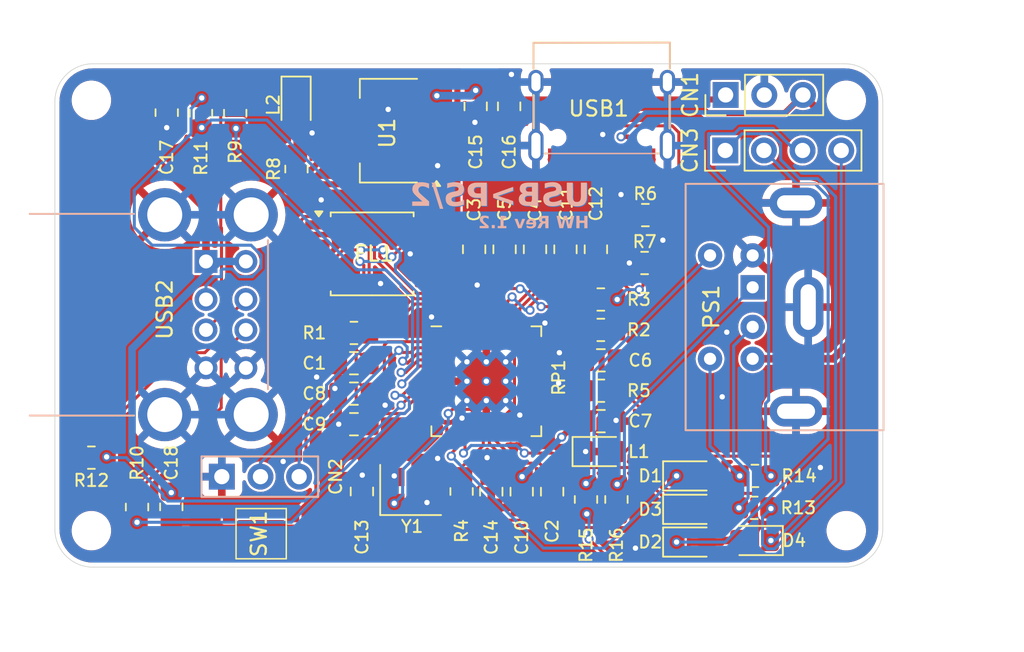
<source format=kicad_pcb>
(kicad_pcb (version 20240108) (generator "pcbnew") (generator_version "8.0")
  (title_block (title "USB to PS/2 Adapter") (date "2024-12-07") (rev "1.2") (company "Mikhail Matveev"))
  (layers (0 "F.Cu" signal) (31 "B.Cu" signal) (34 "B.Paste" user) (35 "F.Paste" user) (36 "B.SilkS" user "B.Silkscreen") (37 "F.SilkS" user "F.Silkscreen") (38 "B.Mask" user) (39 "F.Mask" user) (44 "Edge.Cuts" user))
  (net 0 "")
  (net 1 "GND")
  (net 2 "VBUS")
  (net 3 "Net-(RP1-VREG_VOUT)")
  (net 4 "/RP2040/XIN")
  (net 5 "+3V3")
  (net 6 "/RP2040/QSPI_SD2")
  (net 7 "/GPIO15")
  (net 8 "/GPIO14")
  (net 9 "/RP2040/QSPI_SD1")
  (net 10 "/GPIO12")
  (net 11 "/GPIO11")
  (net 12 "/RP2040/QSPI_SD3")
  (net 13 "/RP2040/QSPI_SCLK")
  (net 14 "/RP2040/QSPI_SS")
  (net 15 "/RP2040/QSPI_SD0")
  (net 16 "Net-(C14-Pad1)")
  (net 17 "/GPIO5")
  (net 18 "/GPIO4")
  (net 19 "/GPIO3")
  (net 20 "/GPIO2")
  (net 21 "/GPIO1")
  (net 22 "/GPIO0")
  (net 23 "Net-(USB2-D1+)")
  (net 24 "/PS2 with Diodes/MS_CLK")
  (net 25 "/PS2 with Diodes/MS_DATA")
  (net 26 "/PS2 with Diodes/KB_DATA")
  (net 27 "/PS2 with Diodes/KB_CLK")
  (net 28 "Net-(RP1-USB_DP)")
  (net 29 "Net-(RP1-USB_DM)")
  (net 30 "/RP2040/~{USB_BOOT}")
  (net 31 "/RP2040/GPIO25")
  (net 32 "/RP2040/XOUT")
  (net 33 "Net-(USB1-CC1)")
  (net 34 "Net-(USB1-CC2)")
  (net 35 "Net-(USB2-D2+)")
  (net 36 "Net-(USB2-D1-)")
  (net 37 "/RP2040/GPIO7")
  (net 38 "/RP2040/GPIO10")
  (net 39 "/RP2040/GPIO18")
  (net 40 "/D+")
  (net 41 "/RP2040/GPIO29")
  (net 42 "/RP2040/GPIO26")
  (net 43 "/RP2040/GPIO8")
  (net 44 "/D-")
  (net 45 "Net-(L1-A)")
  (net 46 "Net-(L2-A)")
  (net 47 "/RP2040/GPIO23")
  (net 48 "/RP2040/SWCLK")
  (net 49 "/RP2040/SWD")
  (net 50 "/RP2040/GPIO20")
  (net 51 "/RP2040/GPIO28")
  (net 52 "/RP2040/GPIO17")
  (net 53 "/RP2040/RUN")
  (net 54 "/RP2040/GPIO9")
  (net 55 "/RP2040/GPIO27")
  (net 56 "/RP2040/GPIO22")
  (net 57 "/RP2040/GPIO16")
  (net 58 "/RP2040/GPIO19")
  (net 59 "/RP2040/GPIO13")
  (net 60 "/RP2040/GPIO21")
  (net 61 "/RP2040/GPIO24")
  (net 62 "/RP2040/GPIO6")
  (net 65 "Net-(USB2-D2-)")
  (footprint "LIBS:Medved_C_0805" (layer "F.Cu") (at 120.025 101.425 90)
    (property "Reference" "C13")
    (property "Value" "15p")
  )
  (footprint "LIBS:Medved_R_0805" (layer "F.Cu") (at 136.75 101.95 -90)
    (property "Reference" "R16")
    (property "Value" "100R")
  )
  (footprint "LIBS:Medved_C_0805" (layer "F.Cu") (at 119.5 92.99 180)
    (property "Reference" "C1")
    (property "Value" "100n")
  )
  (footprint "LIBS:Medved_R_0805" (layer "F.Cu") (at 115.725 80.2225 -90)
    (property "Reference" "R8")
    (property "Value" "1K")
  )
  (footprint "LIBS:MountingHole_2.1mm" (layer "F.Cu") (at 151.85 75.7)
    (property "Reference" "H4" (hide yes))
    (property "Value" "MountingHole")
  )
  (footprint "LIBS:Medved_R_0805" (layer "F.Cu") (at 145.85 100.4)
    (property "Reference" "R14")
    (property "Value" "100R")
  )
  (footprint "LIBS:Medved_C_0805" (layer "F.Cu") (at 135.4 85.5 90)
    (property "Reference" "C12")
    (property "Value" "1u")
  )
  (footprint "Connector_PinHeader_2.54mm:PinHeader_1x04_P2.54mm_Vertical" (layer "F.Cu") (at 143.9 79 90)
    (property "Reference" "CN3")
    (property "Value" "PS/2 Pins")
  )
  (footprint "LIBS:Medved_C_0805" (layer "F.Cu") (at 119.5 94.99 180)
    (property "Reference" "C8")
    (property "Value" "100n")
  )
  (footprint "LIBS:Medved_C_0805" (layer "F.Cu") (at 130.525 101.4375 -90)
    (property "Reference" "C10")
    (property "Value" "100n")
  )
  (footprint "LIBS:Medved_C_0805" (layer "F.Cu") (at 132.525 101.4375 -90)
    (property "Reference" "C2")
    (property "Value" "100n")
  )
  (footprint "LIBS:Button_SMD_3x3x2" (layer "F.Cu") (at 115.055 105.85 180)
    (property "Reference" "SW1")
    (property "Value" "Flash Button" (hide yes))
  )
  (footprint "Connector_PinHeader_2.54mm:PinHeader_1x03_P2.54mm_Vertical" (layer "F.Cu") (at 143.925 75.35 90)
    (property "Reference" "CN1")
    (property "Value" "Conn_01x03_Pin")
  )
  (footprint "LIBS:Medved_R_0805" (layer "F.Cu") (at 111.7 76.55 90)
    (property "Reference" "R9")
    (property "Value" "22R")
  )
  (footprint "LIBS:Medved_C_0805" (layer "F.Cu") (at 127.5 76.1 -90)
    (property "Reference" "C15")
    (property "Value" "10u")
  )
  (footprint "LIBS:Medved_R_0805" (layer "F.Cu") (at 135.725 90.8 180)
    (property "Reference" "R2")
    (property "Value" "27")
  )
  (footprint "LIBS:Medved_USB_A_CUI_UJ2-ADH-TH_Horizontal_Stacked" (layer "F.Cu") (at 109.78 86.299998)
    (property "Reference" "USB2")
    (property "Value" "USB_A_Stacked")
  )
  (footprint "LIBS:Medved_C_0805" (layer "F.Cu") (at 129.4 85.5 90)
    (property "Reference" "C5")
    (property "Value" "100n")
  )
  (footprint "LIBS:Medved_C_0805" (layer "F.Cu") (at 127.4 85.5 90)
    (property "Reference" "C3")
    (property "Value" "100n")
  )
  (footprint "LIBS:MountingHole_2.1mm" (layer "F.Cu") (at 151.85 104)
    (property "Reference" "H3" (hide yes))
    (property "Value" "MountingHole")
  )
  (footprint "LIBS:Medved_R_0805" (layer "F.Cu") (at 138.65 83.25)
    (property "Reference" "R6")
    (property "Value" "5.1K")
  )
  (footprint "LIBS:Medved_C_0805" (layer "F.Cu") (at 133.4 85.5 90)
    (property "Reference" "C11")
    (property "Value" "1u")
  )
  (footprint "LIBS:Connector_Mini-DIN_Female_6Pin_2rows" (layer "F.Cu") (at 145.7 88 90)
    (property "Reference" "PS1")
    (property "Value" "PS/2")
  )
  (footprint "LIBS:Medved_LED_0805" (layer "F.Cu") (at 115.7 76 -90)
    (property "Reference" "L2")
    (property "Value" "LED")
  )
  (footprint "LIBS:Medved_R_0805" (layer "F.Cu") (at 105.25 102.45 90)
    (property "Reference" "R10")
    (property "Value" "22R")
  )
  (footprint "Crystal:Crystal_SMD_3225-4Pin_3.2x2.5mm" (layer "F.Cu") (at 123.225 101.325)
    (property "Reference" "Y1")
    (property "Value" "ABM8-272-T3")
  )
  (footprint "LIBS:Medved_UART_Pin3" (layer "F.Cu") (at 115.9 100.45 -90)
    (property "Reference" "CN2")
    (property "Value" "UART")
  )
  (footprint "LIBS:Medved_C_0805" (layer "F.Cu") (at 129.7 76.1 -90)
    (property "Reference" "C16")
    (property "Value" "10u")
  )
  (footprint "LIBS:Medved_C_0805" (layer "F.Cu") (at 128.525 101.4375 -90)
    (property "Reference" "C14")
    (property "Value" "15p")
  )
  (footprint "LIBS:Medved_R_0805" (layer "F.Cu") (at 135.725 94.8 180)
    (property "Reference" "R5")
    (property "Value" "1K")
  )
  (footprint "LIBS:Medved_R_0805" (layer "F.Cu") (at 107.2 76.5125 -90)
    (property "Reference" "C17")
    (property "Value" "10u")
  )
  (footprint "LIBS:Medved_R_0805" (layer "F.Cu") (at 138.6 86.4)
    (property "Reference" "R7")
    (property "Value" "5.1K")
  )
  (footprint "LIBS:MountingHole_2.1mm" (layer "F.Cu") (at 102.25 75.7)
    (property "Reference" "H1" (hide yes))
    (property "Value" "MountingHole")
  )
  (footprint "LIBS:Medved_R_0805" (layer "F.Cu") (at 135.725 88.8 180)
    (property "Reference" "R3")
    (property "Value" "27")
  )
  (footprint "LIBS:Medved_C_0805" (layer "F.Cu") (at 135.725 92.8)
    (property "Reference" "C6")
    (property "Value" "100n")
  )
  (footprint "LIBS:Medved_LED_0805" (layer "F.Cu") (at 135.725 98.8)
    (property "Reference" "L1")
    (property "Value" "LED")
  )
  (footprint "LIBS:Medved_R_0805" (layer "F.Cu") (at 119.5 91 180)
    (property "Reference" "R1")
    (property "Value" "1k")
  )
  (footprint "LIBS:Medved_R_0805" (layer "F.Cu") (at 126.575 101.425 -90)
    (property "Reference" "R4")
    (property "Value" "1k")
  )
  (footprint "LIBS:Medved_R_0805" (layer "F.Cu") (at 134.75 101.95 -90)
    (property "Reference" "R15")
    (property "Value" "100R")
  )
  (footprint "LIBS:Medved_C_0805" (layer "F.Cu") (at 135.725 96.8)
    (property "Reference" "C7")
    (property "Value" "100n")
  )
  (footprint "LIBS:MountingHole_2.1mm" (layer "F.Cu") (at 102.25 104)
    (property "Reference" "H2" (hide yes))
    (property "Value" "MountingHole")
  )
  (footprint "LIBS:Medved_R_0805" (layer "F.Cu") (at 107.5 102.4375 -90)
    (property "Reference" "C18")
    (property "Value" "10u")
  )
  (footprint "LIBS:Medved_SOIC-8_5.23x5.23mm_P1.27mm" (layer "F.Cu") (at 120.7 85.8)
    (property "Reference" "FL1")
    (property "Value" "W25Q128JVS")
  )
  (footprint "LIBS:Medved_R_0805" (layer "F.Cu") (at 109.45 76.55 90)
    (property "Reference" "R11")
    (property "Value" "22R")
  )
  (footprint "LIBS:Medved_C_0805" (layer "F.Cu") (at 131.4 85.5 90)
    (property "Reference" "C4")
    (property "Value" "100n")
  )
  (footprint "LIBS:USB-TYPE-C-31-M-12_lib2" (layer "F.Cu") (at 135.78 71.9 180)
    (property "Reference" "USB1")
    (property "Value" "USB Type C")
  )
  (footprint "LIBS:Medved_C_0805" (layer "F.Cu") (at 119.5 97 180)
    (property "Reference" "C9")
    (property "Value" "100n")
  )
  (footprint "LIBS:Medved_R_0805" (layer "F.Cu") (at 102.25 99.2 180)
    (property "Reference" "R12")
    (property "Value" "22R")
  )
  (footprint "LIBS:RP2040-QFN-56" (layer "F.Cu") (at 128.2 94.175)
    (property "Reference" "RP1")
    (property "Value" "RP2040")
  )
  (footprint "LIBS:Medved_R_0805" (layer "F.Cu") (at 145.8 102.5)
    (property "Reference" "R13")
    (property "Value" "100R")
  )
  (footprint "LIBS:Medved_D_0805" (layer "F.Cu") (at 141.675 102.6)
    (property "Reference" "D3")
    (property "Value" "3V3")
  )
  (footprint "LIBS:Medved_D_0805" (layer "F.Cu") (at 141.675 104.75)
    (property "Reference" "D2")
    (property "Value" "3V3")
  )
  (footprint "LIBS:Medved_D_0805" (layer "F.Cu") (at 141.675 100.4)
    (property "Reference" "D1")
    (property "Value" "3V3")
  )
  (footprint "LIBS:Medved_D_0805" (layer "F.Cu") (at 145.825 104.65 180)
    (property "Reference" "D4")
    (property "Value" "3V3")
  )
  (footprint "LIBS:Medved_SOT-223-3_TabPin2" (layer "F.Cu") (at 121.8 77.7 180)
    (property "Reference" "U1")
    (property "Value" "NCP1117-3.3_SOT223")
  )
  (gr_arc (start 151.75 73.3) (mid 153.517767 74.032233) (end 154.25 75.8) (stroke (width 0.05)) (layer "Edge.Cuts"))
  (gr_arc (start 102.35 106.4) (mid 100.582233 105.667767) (end 99.85 103.9) (stroke (width 0.05)) (layer "Edge.Cuts"))
  (gr_line (start 99.85 75.8) (end 99.85 103.9) (stroke (width 0.05)) (layer "Edge.Cuts"))
  (gr_line (start 151.75 73.3) (end 102.35 73.3) (stroke (width 0.05)) (layer "Edge.Cuts"))
  (gr_arc (start 154.25 103.9) (mid 153.517767 105.667767) (end 151.75 106.4) (stroke (width 0.05)) (layer "Edge.Cuts"))
  (gr_line (start 154.25 75.8) (end 154.25 103.9) (stroke (width 0.05)) (layer "Edge.Cuts"))
  (gr_line (start 151.75 106.4) (end 102.35 106.4) (stroke (width 0.05)) (layer "Edge.Cuts"))
  (gr_arc (start 99.85 75.8) (mid 100.582233 74.032233) (end 102.35 73.3) (stroke (width 0.05)) (layer "Edge.Cuts"))
  (gr_text "USB>PS/2" (at 135.05 82.95 0) (layer "B.Cu") (effects (font (size 1.5 1.5) (thickness 0.3) (bold yes)) (justify left bottom mirror)))
  (gr_text "HW Rev 1.2" (at 134.95 84.25 0) (layer "B.SilkS") (effects (font (size 0.8 0.8) (thickness 0.1)) (justify left bottom mirror)))
  (gr_text "USB>PS/2" (at 135 82.9 0) (layer "B.SilkS") (effects (font (size 1.5 1.5) (thickness 0.3) (bold yes)) (justify left bottom mirror)))
  (segment (start 139.005 79.595) (end 139.185 79.595) (width 0.3) (layer "F.Cu") (net 1))
  (segment (start 127.2 97.6125) (end 127.2 97.14935) (width 0.2) (layer "F.Cu") (net 1))
  (segment (start 127.2 97.14935) (end 126.65065 96.6) (width 0.2) (layer "F.Cu") (net 1))
  (segment (start 132.555 79.595) (end 132.375 79.595) (width 0.3) (layer "F.Cu") (net 1))
  (segment (start 126.65065 96.6) (end 126.6 96.6) (width 0.2) (layer "F.Cu") (net 1))
  (via (at 117.35 82.25) (size 0.6) (drill 0.35) (layers "F.Cu" "B.Cu") (net 1))
  (via (at 126.6 96.6) (size 0.6) (drill 0.35) (layers "F.Cu" "B.Cu") (net 1))
  (via (at 121.55 95.75) (size 0.6) (drill 0.35) (layers "F.Cu" "B.Cu") (net 1))
  (via (at 135.85 77.95) (size 0.6) (drill 0.35) (layers "F.Cu" "B.Cu") (net 1))
  (via (at 127.6 87.85) (size 0.6) (drill 0.35) (layers "F.Cu" "B.Cu") (net 1))
  (via (at 114.85 99.45) (size 0.6) (drill 0.35) (layers "F.Cu" "B.Cu") (net 1))
  (via (at 128.25 99.2) (size 0.6) (drill 0.35) (layers "F.Cu" "B.Cu") (net 1))
  (via (at 139.8 84.9) (size 0.6) (drill 0.35) (layers "F.Cu" "B.Cu") (net 1))
  (via (at 124.6 89.95) (size 0.6) (drill 0.35) (layers "F.Cu" "B.Cu") (net 1))
  (via (at 107.2 77.5) (size 0.6) (drill 0.35) (layers "F.Cu" "B.Cu") (net 1))
  (via (at 120.05 100.35) (size 0.6) (drill 0.35) (layers "F.Cu" "B.Cu") (net 1))
  (via (at 130.4 96.4) (size 0.6) (drill 0.35) (layers "F.Cu" "B.Cu") (net 1))
  (via (at 118.5 97) (size 0.6) (drill 0.35) (layers "F.Cu" "B.Cu") (net 1))
  (via (at 123.2 85.8) (size 0.6) (drill 0.35) (layers "F.Cu" "B.Cu") (net 1))
  (via (at 138 105.15) (size 0.6) (drill 0.35) (layers "F.Cu" "B.Cu") (net 1))
  (via (at 132.95 94.3) (size 0.6) (drill 0.35) (layers "F.Cu" "B.Cu") (net 1))
  (via (at 121.25 87.75) (size 0.6) (drill 0.35) (layers "F.Cu" "B.Cu") (net 1))
  (via (at 117.05 93.9) (size 0.6) (drill 0.35) (layers "F.Cu" "B.Cu") (net 1))
  (via (at 144 90.95) (size 0.6) (drill 0.35) (layers "F.Cu" "B.Cu") (net 1))
  (via (at 125 80) (size 0.6) (drill 0.35) (layers "F.Cu" "B.Cu") (net 1))
  (via (at 134.725 98.8) (size 0.6) (drill 0.35) (layers "F.Cu" "B.Cu") (net 1))
  (via (at 137.05 81.9) (size 0.6) (drill 0.35) (layers "F.Cu" "B.Cu") (net 1))
  (via (at 143.7 95.2) (size 0.6) (drill 0.35) (layers "F.Cu" "B.Cu") (net 1))
  (via (at 125 99.25) (size 0.6) (drill 0.35) (layers "F.Cu" "B.Cu") (net 1))
  (via (at 132.05 90.35) (size 0.6) (drill 0.35) (layers "F.Cu" "B.Cu") (net 1))
  (via (at 150.15 99.85) (size 0.6) (drill 0.35) (layers "F.Cu" "B.Cu") (net 1))
  (via (at 136.725 96.75) (size 0.6) (drill 0.35) (layers "F.Cu" "B.Cu") (net 1))
  (via (at 137.6 86.4) (size 0.6) (drill 0.35) (layers "F.Cu" "B.Cu") (net 1))
  (via (at 121.75 76.3) (size 0.6) (drill 0.35) (layers "F.Cu" "B.Cu") (net 1))
  (via (at 122.15 100.4) (size 0.6) (drill 0.35) (layers "F.Cu" "B.Cu") (net 1))
  (via (at 129.85 74) (size 0.6) (drill 0.35) (layers "F.Cu" "B.Cu") (net 1))
  (via (at 127.45 77.15) (size 0.6) (drill 0.35) (layers "F.Cu" "B.Cu") (net 1))
  (via (at 116.75 77.85) (size 0.6) (drill 0.35) (layers "F.Cu" "B.Cu") (net 1))
  (via (at 124.3 102.15) (size 0.6) (drill 0.35) (layers "F.Cu" "B.Cu") (net 1))
  (via (at 118.25 94.65) (size 0.6) (drill 0.35) (layers "F.Cu" "B.Cu") (net 1))
  (via (at 133 92.3) (size 0.6) (drill 0.35) (layers "F.Cu" "B.Cu") (net 1))
  (segment (start 126.6 95.775) (end 126.925 95.45) (width 0.5) (layer "B.Cu") (net 1))
  (segment (start 107.07 83.229998) (end 112.75 83.229998) (width 0.5) (layer "B.Cu") (net 1))
  (segment (start 126.6 96.6) (end 126.6 95.775) (width 0.5) (layer "B.Cu") (net 1))
  (segment (start 107.07 96.369998) (end 112.75 96.369998) (width 0.5) (layer "B.Cu") (net 1))
  (segment (start 133.58 78.533604) (end 133.58 78.556016) (width 0.4) (layer "F.Cu") (net 2))
  (segment (start 142.375 76.2) (end 142.725 76.55) (width 0.4) (layer "F.Cu") (net 2))
  (segment (start 151 92.7) (end 153.15 90.55) (width 0.5) (layer "F.Cu") (net 2))
  (segment (start 133.33 78.806016) (end 133.33 79.595) (width 0.4) (layer "F.Cu") (net 2))
  (segment (start 153.15 78.107969) (end 152.492031 77.45) (width 0.5) (layer "F.Cu") (net 2))
  (segment (start 108.1625 74.55) (end 107.2 75.5125) (width 0.5) (layer "F.Cu") (net 2))
  (segment (start 124.95 75.4) (end 116.976166 75.4) (width 0.5) (layer "F.Cu") (net 2))
  (segment (start 133.665 76.615) (end 133.665 78.448604) (width 0.4) (layer "F.Cu") (net 2))
  (segment (start 133.5 76.45) (end 133.665 76.615) (width 0.4) (layer "F.Cu") (net 2))
  (segment (start 133.5 76.2) (end 142.375 76.2) (width 0.4) (layer "F.Cu") (net 2))
  (segment (start 127.4875 75.05) (end 128.6375 76.2) (width 0.4) (layer "F.Cu") (net 2))
  (segment (start 112.45 74.55) (end 108.1625 74.55) (width 0.5) (layer "F.Cu") (net 2))
  (segment (start 133.58 78.556016) (end 133.33 78.806016) (width 0.4) (layer "F.Cu") (net 2))
  (segment (start 153.15 90.55) (end 153.15 78.107969) (width 0.5) (layer "F.Cu") (net 2))
  (segment (start 138.23 78.82) (end 137.51 78.1) (width 0.3) (layer "F.Cu") (net 2))
  (segment (start 106.1 79.219438) (end 109.78 82.899438) (width 0.5) (layer "F.Cu") (net 2))
  (segment (start 107.2 75.5125) (end 106.1 76.6125) (width 0.5) (layer "F.Cu") (net 2))
  (segment (start 106.1 76.6125) (end 106.1 79.219438) (width 0.5) (layer "F.Cu") (net 2))
  (segment (start 133.665 78.448604) (end 133.58 78.533604) (width 0.4) (layer "F.Cu") (net 2))
  (segment (start 137.05 78.1) (end 137.51 78.1) (width 0.3) (layer "F.Cu") (net 2))
  (segment (start 109.78 82.899438) (end 109.78 86.299998) (width 0.5) (layer "F.Cu") (net 2))
  (segment (start 151.105 77.45) (end 149.005 75.35) (width 0.5) (layer "F.Cu") (net 2))
  (segment (start 128.6375 76.2) (end 133.5 76.2) (width 0.4) (layer "F.Cu") (net 2))
  (segment (start 147.805 76.55) (end 149.005 75.35) (width 0.4) (layer "F.Cu") (net 2))
  (segment (start 133.5 76.2) (end 133.5 76.45) (width 0.4) (layer "F.Cu") (net 2))
  (segment (start 116.976166 75.4) (end 116.426166 75.95) (width 0.5) (layer "F.Cu") (net 2))
  (segment (start 145.7 92.7) (end 151 92.7) (width 0.5) (layer "F.Cu") (net 2))
  (segment (start 116.426166 75.95) (end 113.85 75.95) (width 0.5) (layer "F.Cu") (net 2))
  (segment (start 138.23 79.595) (end 138.23 78.82) (width 0.3) (layer "F.Cu") (net 2))
  (segment (start 152.492031 77.45) (end 151.105 77.45) (width 0.5) (layer "F.Cu") (net 2))
  (segment (start 142.725 76.55) (end 147.805 76.55) (width 0.4) (layer "F.Cu") (net 2))
  (segment (start 113.85 75.95) (end 112.45 74.55) (width 0.5) (layer "F.Cu") (net 2))
  (via (at 137.05 78.1) (size 0.6) (drill 0.35) (layers "F.Cu" "B.Cu") (net 2))
  (via (at 127.5 75.05) (size 0.6) (drill 0.35) (layers "F.Cu" "B.Cu") (net 2))
  (via (at 124.95 75.4) (size 0.6) (drill 0.35) (layers "F.Cu" "B.Cu") (net 2))
  (via (at 107.5 101.5) (size 0.6) (drill 0.35) (layers "F.Cu" "B.Cu") (net 2))
  (segment (start 137.05 78.1) (end 138.65 76.5) (width 0.3) (layer "B.Cu") (net 2))
  (segment (start 127.15 75.4) (end 127.5 75.05) (width 0.5) (layer "B.Cu") (net 2))
  (segment (start 110.653654 86.299998) (end 104.92 92.033652) (width 0.5) (layer "B.Cu") (net 2))
  (segment (start 147.855 76.5) (end 149.005 75.35) (width 0.3) (layer "B.Cu") (net 2))
  (segment (start 107.5 101.45) (end 107.5 101.5) (width 0.5) (layer "B.Cu") (net 2))
  (segment (start 107.55 101.5) (end 107.5 101.45) (width 0.5) (layer "B.Cu") (net 2))
  (segment (start 104.92 98.87) (end 107.5 101.45) (width 0.5) (layer "B.Cu") (net 2))
  (segment (start 107.5 101.5) (end 107.55 101.5) (width 0.5) (layer "B.Cu") (net 2))
  (segment (start 138.65 76.5) (end 147.855 76.5) (width 0.3) (layer "B.Cu") (net 2))
  (segment (start 124.95 75.4) (end 127.15 75.4) (width 0.5) (layer "B.Cu") (net 2))
  (segment (start 104.92 92.033652) (end 104.92 98.87) (width 0.5) (layer "B.Cu") (net 2))
  (segment (start 112.4 86.299998) (end 110.653654 86.299998) (width 0.5) (layer "B.Cu") (net 2))
  (segment (start 128 90.7375) (end 128 89.4) (width 0.2) (layer "F.Cu") (net 3))
  (segment (start 130 89.3) (end 130 90.7375) (width 0.2) (layer "F.Cu") (net 3))
  (segment (start 128.8 96.6) (end 128.8 97.6125) (width 0.2) (layer "F.Cu") (net 3))
  (segment (start 128 90.7375) (end 128 91.20065) (width 0.2) (layer "F.Cu") (net 3))
  (segment (start 131.6875 99.5625) (end 130.28685 99.5625) (width 0.2) (layer "F.Cu") (net 3))
  (segment (start 130.05 95.8) (end 129.25 96.6) (width 0.2) (layer "F.Cu") (net 3))
  (segment (start 129.77565 91.425) (end 130 91.20065) (width 0.2) (layer "F.Cu") (net 3))
  (segment (start 126.5 87.9) (end 126.5 87.4375) (width 0.2) (layer "F.Cu") (net 3))
  (segment (start 128 89.4) (end 126.5 87.9) (width 0.2) (layer "F.Cu") (net 3))
  (segment (start 131.452513 87.847487) (end 130 89.3) (width 0.2) (layer "F.Cu") (net 3))
  (segment (start 128 91.20065) (end 128.22435 91.425) (width 0.2) (layer "F.Cu") (net 3))
  (segment (start 132.525 100.4) (end 131.6875 99.5625) (width 0.2) (layer "F.Cu") (net 3))
  (segment (start 130 90.7375) (end 130 91.9) (width 0.2) (layer "F.Cu") (net 3))
  (segment (start 130 91.20065) (end 130 90.7375) (width 0.2) (layer "F.Cu") (net 3))
  (segment (start 130.05 91.95) (end 130.05 95.8) (width 0.2) (layer "F.Cu") (net 3))
  (segment (start 128.22435 91.425) (end 129.77565 91.425) (width 0.2) (layer "F.Cu") (net 3))
  (segment (start 130.28685 99.5625) (end 128.8 98.07565) (width 0.2) (layer "F.Cu") (net 3))
  (segment (start 130 91.9) (end 130.05 91.95) (width 0.2) (layer "F.Cu") (net 3))
  (segment (start 129.25 96.6) (end 128.8 96.6) (width 0.2) (layer "F.Cu") (net 3))
  (segment (start 133.4 87.95) (end 132.144976 87.95) (width 0.2) (layer "F.Cu") (net 3))
  (segment (start 133.4 86.875) (end 133.4 87.95) (width 0.2) (layer "F.Cu") (net 3))
  (segment (start 128.8 98.07565) (end 128.8 97.6125) (width 0.2) (layer "F.Cu") (net 3))
  (segment (start 126.5 87.4375) (end 127.4 86.5375) (width 0.2) (layer "F.Cu") (net 3))
  (segment (start 132.042463 87.847487) (end 131.452513 87.847487) (width 0.2) (layer "F.Cu") (net 3))
  (segment (start 132.144976 87.95) (end 132.042463 87.847487) (width 0.2) (layer "F.Cu") (net 3))
  (segment (start 126 96) (end 126.55181 96) (width 0.2) (layer "F.Cu") (net 4))
  (segment (start 120.025 102.4625) (end 121.8375 102.4625) (width 0.2) (layer "F.Cu") (net 4))
  (segment (start 127.175 96.025) (end 127.6 96.45) (width 0.2) (layer "F.Cu") (net 4))
  (segment (start 127.6 96.45) (end 127.6 97.6125) (width 0.2) (layer "F.Cu") (net 4))
  (segment (start 126.57681 96.025) (end 127.175 96.025) (width 0.2) (layer "F.Cu") (net 4))
  (segment (start 126.55181 96) (end 126.57681 96.025) (width 0.2) (layer "F.Cu") (net 4))
  (segment (start 125.7 96.3) (end 126 96) (width 0.2) (layer "F.Cu") (net 4))
  (via (at 122.15 102.2) (size 0.6) (drill 0.35) (layers "F.Cu" "B.Cu") (net 4))
  (via (at 125.7 96.3) (size 0.6) (drill 0.35) (layers "F.Cu" "B.Cu") (net 4))
  (segment (start 122.7 101.65) (end 122.15 102.2) (width 0.2) (layer "B.Cu") (net 4))
  (segment (start 122.7 100) (end 122.7 101.65) (width 0.2) (layer "B.Cu") (net 4))
  (segment (start 125.7 96.3) (end 125.7 97) (width 0.2) (layer "B.Cu") (net 4))
  (segment (start 125.7 97) (end 122.7 100) (width 0.2) (layer "B.Cu") (net 4))
  (segment (start 130.15 87.6) (end 130.45 87.3) (width 0.2) (layer "F.Cu") (net 5))
  (segment (start 115.725 81.2225) (end 119.5225 81.2225) (width 0.4) (layer "F.Cu") (net 5))
  (segment (start 130.8 90.7375) (end 130.4 90.7375) (width 0.2) (layer "F.Cu") (net 5))
  (segment (start 130.45 87.3) (end 130.7 87.3) (width 0.2) (layer "F.Cu") (net 5))
  (segment (start 134.6875 96.8) (end 133.0625 95.175) (width 0.2) (layer "F.Cu") (net 5))
  (segment (start 126.3 79.05) (end 126.3 85.230456) (width 0.4) (layer "F.Cu") (net 5))
  (segment (start 123.669974 95.175) (end 124.7625 95.175) (width 0.2) (layer "F.Cu") (net 5))
  (segment (start 119.65 96.1125) (end 120.5375 97) (width 0.2) (layer "F.Cu") (net 5))
  (segment (start 134.2 96.8) (end 133.15 97.85) (width 0.4) (layer "F.Cu") (net 5))
  (segment (start 135.775 86.9125) (end 135.775 91.7125) (width 0.4) (layer "F.Cu") (net 5))
  (segment (start 122.2 83.9) (end 122.5 83.9) (width 0.4) (layer "F.Cu") (net 5))
  (segment (start 128.7625 74.125) (end 126.769544 74.125) (width 0.4) (layer "F.Cu") (net 5))
  (segment (start 128.4625 85.6) (end 129.4 86.5375) (width 0.4) (layer "F.Cu") (net 5))
  (segment (start 128.4 98.275) (end 128.4 97.6125) (width 0.2) (layer "F.Cu") (net 5))
  (segment (start 124.95 77.7) (end 126.3 79.05) (width 0.4) (layer "F.Cu") (net 5))
  (segment (start 121.5 94.0275) (end 121.5 91.8) (width 0.2) (layer "F.Cu") (net 5))
  (segment (start 122.505 83.895) (end 124.3 83.895) (width 0.4) (layer "F.Cu") (net 5))
  (segment (start 129.7 75.0625) (end 128.7625 74.125) (width 0.4) (layer "F.Cu") (net 5))
  (segment (start 126.3 76.35) (end 124.95 77.7) (width 0.4) (layer "F.Cu") (net 5))
  (segment (start 130.575 100.45) (end 128.4 98.275) (width 0.2) (layer "F.Cu") (net 5))
  (segment (start 120.15 86.55) (end 119.9 86.3) (width 0.2) (layer "F.Cu") (net 5))
  (segment (start 131.897488 88.197487) (end 131.597487 88.197487) (width 0.2) (layer "F.Cu") (net 5))
  (segment (start 129.4 86.5375) (end 131.4 86.5375) (width 0.4) (layer "F.Cu") (net 5))
  (segment (start 126.3 85.230456) (end 126.669544 85.6) (width 0.4) (layer "F.Cu") (net 5))
  (segment (start 129.64939 87.6) (end 130.15 87.6) (width 0.2) (layer "F.Cu") (net 5))
  (segment (start 132.000001 88.3) (end 131.897488 88.197487) (width 0.2) (layer "F.Cu") (net 5))
  (segment (start 120.5375 94.99) (end 121.5 94.0275) (width 0.2) (layer "F.Cu") (net 5))
  (segment (start 119.5225 81.2225) (end 122.2 83.9) (width 0.4) (layer "F.Cu") (net 5))
  (segment (start 121.997233 85.992579) (end 124.094812 83.895) (width 0.2) (layer "F.Cu") (net 5))
  (segment (start 130.2875 75.65) (end 143.625 75.65) (width 0.4) (layer "F.Cu") (net 5))
  (segment (start 133.6375 88.3) (end 132.000001 88.3) (width 0.2) (layer "F.Cu") (net 5))
  (segment (start 134.55625 85.69375) (end 135.4 86.5375) (width 0.4) (layer "F.Cu") (net 5))
  (segment (start 115.725 81.2225) (end 118.65 78.2975) (width 0.4) (layer "F.Cu") (net 5))
  (segment (start 119.65 92) (end 119.65 94.1025) (width 0.2) (layer "F.Cu") (net 5))
  (segment (start 128.3 85.6) (end 128.4625 85.6) (width 0.4) (layer "F.Cu") (net 5))
  (segment (start 134.55625 85.69375) (end 135.775 86.9125) (width 0.4) (layer "F.Cu") (net 5))
  (segment (start 134.4625 85.6) (end 134.55625 85.69375) (width 0.4) (layer "F.Cu") (net 5))
  (segment (start 126.769544 74.125) (end 126.3 74.594544) (width 0.4) (layer "F.Cu") (net 5))
  (segment (start 134.4 85.6) (end 134.4625 85.6) (width 0.4) (layer "F.Cu") (net 5))
  (segment (start 128.4 90.7375) (end 128.4 87.5375) (width 0.2) (layer "F.Cu") (net 5))
  (segment (start 119.65 94.1025) (end 119.65 96.1125) (width 0.2) (layer "F.Cu") (net 5))
  (segment (start 121.2375 96.3) (end 122.827818 96.3) (width 0.2) (layer "F.Cu") (net 5))
  (segment (start 123.15 95.694974) (end 123.669974 95.175) (width 0.2) (layer "F.Cu") (net 5))
  (segment (start 128.8 88.44939) (end 129.64939 87.6) (width 0.2) (layer "F.Cu") (net 5))
  (segment (start 133.4625 91.575) (end 131.6375 91.575) (width 0.2) (layer "F.Cu") (net 5))
  (segment (start 135.775 91.7125) (end 135.775 95.7125) (width 0.4) (layer "F.Cu") (net 5))
  (segment (start 121.5 91.8) (end 121.725 91.575) (width 0.2) (layer "F.Cu") (net 5))
  (segment (start 128.8 90.7375) (end 128.8 88.44939) (width 0.2) (layer "F.Cu") (net 5))
  (segment (start 121.725 91.575) (end 124.7625 91.575) (width 0.2) (layer "F.Cu") (net 5))
  (segment (start 119.65 92) (end 119.65 90.335966) (width 0.2) (layer "F.Cu") (net 5))
  (segment (start 120.5375 97) (end 121.2375 96.3) (width 0.2) (layer "F.Cu") (net 5))
  (segment (start 134.6875 92.8) (end 133.4625 91.575) (width 0.2) (layer "F.Cu") (net 5))
  (segment (start 126.669544 85.6) (end 128.3 85.6) (width 0.4) (layer "F.Cu") (net 5))
  (segment (start 128.3 85.6) (end 134.4 85.6) (width 0.4) (layer "F.Cu") (net 5))
  (segment (start 128.4 87.5375) (end 129.4 86.5375) (width 0.2) (layer "F.Cu") (net 5))
  (segment (start 119.65 90.335966) (end 120.15 89.835966) (width 0.2) (layer "F.Cu") (net 5))
  (segment (start 134.6875 96.8) (end 134.2 96.8) (width 0.4) (layer "F.Cu") (net 5))
  (segment (start 124.95 77.7) (end 118.65 77.7) (width 0.4) (layer "F.Cu") (net 5))
  (segment (start 130.4 89.394974) (end 130.4 90.7375) (width 0.2) (layer "F.Cu") (net 5))
  (segment (start 119.65 94.1025) (end 120.5375 94.99) (width 0.2) (layer "F.Cu") (net 5))
  (segment (start 130.7 87.3) (end 131.4 86.6) (width 0.2) (layer "F.Cu") (net 5))
  (segment (start 120.5375 92.99) (end 119.65 92.1025) (width 0.2) (layer "F.Cu") (net 5))
  (segment (start 119.65 92.1025) (end 119.65 92) (width 0.2) (layer "F.Cu") (net 5))
  (segment (start 129.7 75.0625) (end 130.2875 75.65) (width 0.4) (layer "F.Cu") (net 5))
  (segment (start 135.775 91.7125) (end 134.6875 92.8) (width 0.4) (layer "F.Cu") (net 5))
  (segment (start 133.0625 95.175) (end 131.6375 95.175) (width 0.2) (layer "F.Cu") (net 5))
  (segment (start 135.4 86.5375) (end 133.6375 88.3) (width 0.2) (layer "F.Cu") (net 5))
  (segment (start 122.827818 96.3) (end 123.15 95.977818) (width 0.2) (layer "F.Cu") (net 5))
  (segment (start 135.775 95.7125) (end 134.6875 96.8) (width 0.4) (layer "F.Cu") (net 5))
  (segment (start 122.5 83.9) (end 122.505 83.895) (width 0.4) (layer "F.Cu") (net 5))
  (segment (start 131.597487 88.197487) (end 130.4 89.394974) (width 0.2) (layer "F.Cu") (net 5))
  (segment (start 126.3 74.594544) (end 126.3 76.35) (width 0.4) (layer "F.Cu") (net 5))
  (segment (start 120.15 89.835966) (end 120.15 86.55) (width 0.2) (layer "F.Cu") (net 5))
  (segment (start 123.15 95.977818) (end 123.15 95.694974) (width 0.2) (layer "F.Cu") (net 5))
  (via (at 130.55 100.45) (size 0.6) (drill 0.35) (layers "F.Cu" "B.Cu") (net 5))
  (via (at 133.15 97.85) (size 0.6) (drill 0.35) (layers "F.Cu" "B.Cu") (net 5))
  (via (at 121.997233 85.992579) (size 0.6) (drill 0.35) (layers "F.Cu" "B.Cu") (net 5))
  (via (at 119.9 86.3) (size 0.6) (drill 0.35) (layers "F.Cu" "B.Cu") (net 5))
  (segment (start 121.997233 85.992579) (end 121.724148 85.992579) (width 0.2) (layer "B.Cu") (net 5))
  (segment (start 130.55 100.45) (end 133.15 97.85) (width 0.4) (layer "B.Cu") (net 5))
  (segment (start 121.416727 86.3) (end 119.9 86.3) (width 0.2) (layer "B.Cu") (net 5))
  (segment (start 121.724148 85.992579) (end 121.416727 86.3) (width 0.2) (layer "B.Cu") (net 5))
  (segment (start 126.4 89.8) (end 126.4 90.7375) (width 0.2) (layer "F.Cu") (net 6))
  (segment (start 121.2 85.73891) (end 121.2 85.974842) (width 0.2) (layer "F.Cu") (net 6))
  (segment (start 119.95 85.538909) (end 118.79609 85.538909) (width 0.2) (layer "F.Cu") (net 6))
  (segment (start 121.4 85.538909) (end 121.2 85.73891) (width 0.2) (layer "F.Cu") (net 6))
  (segment (start 118.79609 85.538909) (end 117.899999 86.435) (width 0.2) (layer "F.Cu") (net 6))
  (segment (start 117.899999 86.435) (end 117.1 86.435) (width 0.2) (layer "F.Cu") (net 6))
  (segment (start 121.2 85.974842) (end 123.625145 88.399987) (width 0.2) (layer "F.Cu") (net 6))
  (segment (start 123.625145 88.399987) (end 124.999987 88.399987) (width 0.2) (layer "F.Cu") (net 6))
  (segment (start 124.999987 88.399987) (end 126.4 89.8) (width 0.2) (layer "F.Cu") (net 6))
  (via (at 121.4 85.538909) (size 0.6) (drill 0.35) (layers "F.Cu" "B.Cu") (net 6))
  (via (at 119.95 85.538909) (size 0.6) (drill 0.35) (layers "F.Cu" "B.Cu") (net 6))
  (segment (start 121.4 85.538909) (end 119.95 85.538909) (width 0.2) (layer "B.Cu") (net 6))
  (segment (start 140.65 102.6) (end 137.898466 99.848466) (width 0.2) (layer "F.Cu") (net 7))
  (segment (start 132.551534 98.9) (end 130.7 98.9) (width 0.2) (layer "F.Cu") (net 7))
  (segment (start 126.8 98.8) (end 126.8 97.6125) (width 0.2) (layer "F.Cu") (net 7))
  (segment (start 137.898466 99.848466) (end 133.5 99.848466) (width 0.2) (layer "F.Cu") (net 7))
  (segment (start 133.5 99.848466) (end 132.551534 98.9) (width 0.2) (layer "F.Cu") (net 7))
  (segment (start 126.7 98.9) (end 126.8 98.8) (width 0.2) (layer "F.Cu") (net 7))
  (segment (start 140.65 102.6) (end 141.7 101.55) (width 0.2) (layer "F.Cu") (net 7))
  (segment (start 141.7 101.55) (end 145.7 101.55) (width 0.2) (layer "F.Cu") (net 7))
  (segment (start 145.7 101.55) (end 146.85 100.4) (width 0.2) (layer "F.Cu") (net 7))
  (via (at 146.9 100.4) (size 0.6) (drill 0.35) (layers "F.Cu" "B.Cu") (net 7))
  (via (at 126.7 98.9) (size 0.6) (drill 0.35) (layers "F.Cu" "B.Cu") (net 7))
  (via (at 130.7 98.9) (size 0.6) (drill 0.35) (layers "F.Cu" "B.Cu") (net 7))
  (segment (start 146.55 100.1) (end 146.85 100.4) (width 0.2) (layer "B.Cu") (net 7))
  (segment (start 146.85 100.4) (end 146.9 100.4) (width 0.2) (layer "B.Cu") (net 7))
  (segment (start 148.25 78.759391) (end 147.040609 77.55) (width 0.2) (layer "B.Cu") (net 7))
  (segment (start 148.25 79) (end 148.25 78.759391) (width 0.2) (layer "B.Cu") (net 7))
  (segment (start 144.855026 77.55) (end 144.505026 77.9) (width 0.2) (layer "B.Cu") (net 7))
  (segment (start 146.9 100.4) (end 146.9 100.45) (width 0.2) (layer "B.Cu") (net 7))
  (segment (start 146.75 84.05) (end 146.75 95.432233) (width 0.2) (layer "B.Cu") (net 7))
  (segment (start 126.7 98.9) (end 127.2 98.4) (width 0.2) (layer "B.Cu") (net 7))
  (segment (start 146.9 100.45) (end 146.85 100.4) (width 0.2) (layer "B.Cu") (net 7))
  (segment (start 147.040609 77.55) (end 144.855026 77.55) (width 0.2) (layer "B.Cu") (net 7))
  (segment (start 142.8 80.1) (end 146.75 84.05) (width 0.2) (layer "B.Cu") (net 7))
  (segment (start 142.8 77.9) (end 142.8 80.1) (width 0.2) (layer "B.Cu") (net 7))
  (segment (start 146.55 95.632233) (end 146.55 100.1) (width 0.2) (layer "B.Cu") (net 7))
  (segment (start 144.505026 77.9) (end 142.8 77.9) (width 0.2) (layer "B.Cu") (net 7))
  (segment (start 146.75 95.432233) (end 146.55 95.632233) (width 0.2) (layer "B.Cu") (net 7))
  (segment (start 127.2 98.4) (end 130.2 98.4) (width 0.2) (layer "B.Cu") (net 7))
  (segment (start 130.2 98.4) (end 130.7 98.9) (width 0.2) (layer "B.Cu") (net 7))
  (segment (start 148.98 79) (end 148.25 79) (width 0.2) (layer "B.Cu") (net 7))
  (segment (start 126.4 97.6125) (end 126.4 98.422182) (width 0.2) (layer "F.Cu") (net 8))
  (segment (start 125.9 98.922182) (end 125.9 99.1) (width 0.2) (layer "F.Cu") (net 8))
  (segment (start 147.7 99.1) (end 141.95 99.1) (width 0.2) (layer "F.Cu") (net 8))
  (segment (start 147.7 101.6) (end 147.7 99.1) (width 0.2) (layer "F.Cu") (net 8))
  (segment (start 126.4 98.422182) (end 125.9 98.922182) (width 0.2) (layer "F.Cu") (net 8))
  (segment (start 146.8 102.5) (end 147.7 101.6) (width 0.2) (layer "F.Cu") (net 8))
  (segment (start 141.95 99.1) (end 140.65 100.4) (width 0.2) (layer "F.Cu") (net 8))
  (via (at 146.9 102.55) (size 0.6) (drill 0.35) (layers "F.Cu" "B.Cu") (net 8))
  (via (at 125.9 99.1) (size 0.6) (drill 0.35) (layers "F.Cu" "B.Cu") (net 8))
  (via (at 140.7 100.4) (size 0.6) (drill 0.35) (layers "F.Cu" "B.Cu") (net 8))
  (segment (start 151.52 100.807818) (end 147.127818 105.2) (width 0.2) (layer "B.Cu") (net 8))
  (segment (start 151.52 79) (end 151.52 100.807818) (width 0.2) (layer "B.Cu") (net 8))
  (segment (start 131.95 105.15) (end 135.95 105.15) (width 0.2) (layer "B.Cu") (net 8))
  (segment (start 135.95 105.15) (end 140.7 100.4) (width 0.2) (layer "B.Cu") (net 8))
  (segment (start 146.35 104.877818) (end 146.35 103.1) (width 0.2) (layer "B.Cu") (net 8))
  (segment (start 146.672182 105.2) (end 146.35 104.877818) (width 0.2) (layer "B.Cu") (net 8))
  (segment (start 125.9 99.1) (end 131.95 105.15) (width 0.2) (layer "B.Cu") (net 8))
  (segment (start 147.127818 105.2) (end 146.672182 105.2) (width 0.2) (layer "B.Cu") (net 8))
  (segment (start 146.35 103.1) (end 146.9 102.55) (width 0.2) (layer "B.Cu") (net 8))
  (segment (start 124.855013 88.749987) (end 126 89.894974) (width 0.2) (layer "F.Cu") (net 9))
  (segment (start 119.239975 83.545) (end 120.85 85.155025) (width 0.2) (layer "F.Cu") (net 9))
  (segment (start 116.05 83.575158) (end 116.280158 83.345) (width 0.2) (layer "F.Cu") (net 9))
  (segment (start 117.1 85.165) (end 116.300001 85.165) (width 0.2) (layer "F.Cu") (net 9))
  (segment (start 116.05 84.914999) (end 116.05 83.575158) (width 0.2) (layer "F.Cu") (net 9))
  (segment (start 118.119842 83.545) (end 119.239975 83.545) (width 0.2) (layer "F.Cu") (net 9))
  (segment (start 116.280158 83.345) (end 117.919842 83.345) (width 0.2) (layer "F.Cu") (net 9))
  (segment (start 120.85 85.155025) (end 120.85 86.119816) (width 0.2) (layer "F.Cu") (net 9))
  (segment (start 116.300001 85.165) (end 116.05 84.914999) (width 0.2) (layer "F.Cu") (net 9))
  (segment (start 117.919842 83.345) (end 118.119842 83.545) (width 0.2) (layer "F.Cu") (net 9))
  (segment (start 126 89.894974) (end 126 90.7375) (width 0.2) (layer "F.Cu") (net 9))
  (segment (start 123.480171 88.749987) (end 124.855013 88.749987) (width 0.2) (layer "F.Cu") (net 9))
  (segment (start 120.85 86.119816) (end 123.480171 88.749987) (width 0.2) (layer "F.Cu") (net 9))
  (segment (start 124.3 99.05) (end 125.6 97.75) (width 0.2) (layer "F.Cu") (net 10))
  (segment (start 125.6 97.75) (end 125.6 97.6125) (width 0.2) (layer "F.Cu") (net 10))
  (segment (start 146.9 104.6) (end 145.5 106) (width 0.2) (layer "F.Cu") (net 10))
  (segment (start 123.95 99.05) (end 124.3 99.05) (width 0.2) (layer "F.Cu") (net 10))
  (segment (start 123.6625 103.3125) (end 123.375 103.025) (width 0.2) (layer "F.Cu") (net 10))
  (segment (start 134.3875 103.3125) (end 123.6625 103.3125) (width 0.2) (layer "F.Cu") (net 10))
  (segment (start 145.5 106) (end 136.4 106) (width 0.2) (layer "F.Cu") (net 10))
  (segment (start 123.375 103.025) (end 123.375 99.625) (width 0.2) (layer "F.Cu") (net 10))
  (segment (start 136.4 106) (end 134.95 104.55) (width 0.2) (layer "F.Cu") (net 10))
  (segment (start 123.375 99.625) (end 123.95 99.05) (width 0.2) (layer "F.Cu") (net 10))
  (via (at 146.9 104.65) (size 0.6) (drill 0.35) (layers "F.Cu" "B.Cu") (net 10))
  (via (at 134.8 102.9) (size 0.6) (drill 0.35) (layers "F.Cu" "B.Cu") (net 10))
  (via (at 134.95 104.55) (size 0.6) (drill 0.35) (layers "F.Cu" "B.Cu") (net 10))
  (segment (start 134.95 103.05) (end 134.8 102.9) (width 0.2) (layer "B.Cu") (net 10))
  (segment (start 134.8 102.9) (end 134.85 102.95) (width 0.2) (layer "B.Cu") (net 10))
  (segment (start 147.54 79.605026) (end 148.784974 80.85) (width 0.2) (layer "B.Cu") (net 10))
  (segment (start 143.9 79) (end 145 77.9) (width 0.2) (layer "B.Cu") (net 10))
  (segment (start 151.15 100.682844) (end 147.232844 104.6) (width 0.2) (layer "B.Cu") (net 10))
  (segment (start 147.54 78.544365) (end 147.54 79.605026) (width 0.2) (layer "B.Cu") (net 10))
  (segment (start 149.962742 80.85) (end 151.15 82.037258) (width 0.2) (layer "B.Cu") (net 10))
  (segment (start 145 77.9) (end 146.895635 77.9) (width 0.2) (layer "B.Cu") (net 10))
  (segment (start 147.232844 104.6) (end 146.95 104.6) (width 0.2) (layer "B.Cu") (net 10))
  (segment (start 148.784974 80.85) (end 149.962742 80.85) (width 0.2) (layer "B.Cu") (net 10))
  (segment (start 134.95 104.55) (end 134.95 103.05) (width 0.2) (layer "B.Cu") (net 10))
  (segment (start 146.895635 77.9) (end 147.54 78.544365) (width 0.2) (layer "B.Cu") (net 10))
  (segment (start 151.15 82.037258) (end 151.15 100.682844) (width 0.2) (layer "B.Cu") (net 10))
  (segment (start 119.05 103.014034) (end 119.05 101.910966) (width 0.2) (layer "F.Cu") (net 11))
  (segment (start 135.694975 104.005025) (end 136.75 102.95) (width 0.2) (layer "F.Cu") (net 11))
  (segment (start 140.3 104.4) (end 135.8 104.4) (width 0.2) (layer "F.Cu") (net 11))
  (segment (start 136.75 102.95) (end 135.9 103.8) (width 0.2) (layer "F.Cu") (net 11))
  (segment (start 120.9 101.25) (end 121.175 100.975) (width 0.2) (layer "F.Cu") (net 11))
  (segment (start 119.335966 103.3) (end 119.05 103.014034) (width 0.2) (layer "F.Cu") (net 11))
  (segment (start 119.710966 101.25) (end 120.9 101.25) (width 0.2) (layer "F.Cu") (net 11))
  (segment (start 124.025 96.775) (end 124.7625 96.775) (width 0.2) (layer "F.Cu") (net 11))
  (segment (start 135.8 104.4) (end 135.694975 104.294975) (width 0.2) (layer "F.Cu") (net 11))
  (segment (start 121.175 100.975) (end 121.175 99.625) (width 0.2) (layer "F.Cu") (net 11))
  (segment (start 122.880025 103.025) (end 120.989034 103.025) (width 0.2) (layer "F.Cu") (net 11))
  (segment (start 135.9 103.8) (end 134.085966 103.8) (width 0.2) (layer "F.Cu") (net 11))
  (segment (start 120.989034 103.025) (end 120.714034 103.3) (width 0.2) (layer "F.Cu") (net 11))
  (segment (start 121.175 99.625) (end 124.025 96.775) (width 0.2) (layer "F.Cu") (net 11))
  (segment (start 135.694975 104.294975) (end 135.694975 104.005025) (width 0.2) (layer "F.Cu") (net 11))
  (segment (start 133.948466 103.6625) (end 123.517525 103.6625) (width 0.2) (layer "F.Cu") (net 11))
  (segment (start 134.085966 103.8) (end 133.948466 103.6625) (width 0.2) (layer "F.Cu") (net 11))
  (segment (start 120.714034 103.3) (end 119.335966 103.3) (width 0.2) (layer "F.Cu") (net 11))
  (segment (start 140.65 104.75) (end 140.3 104.4) (width 0.2) (layer "F.Cu") (net 11))
  (segment (start 123.517525 103.6625) (end 122.880025 103.025) (width 0.2) (layer "F.Cu") (net 11))
  (segment (start 119.05 101.910966) (end 119.710966 101.25) (width 0.2) (layer "F.Cu") (net 11))
  (via (at 140.7 104.75) (size 0.6) (drill 0.35) (layers "F.Cu" "B.Cu") (net 11))
  (segment (start 148.64 81.2) (end 149.817767 81.2) (width 0.2) (layer "B.Cu") (net 11))
  (segment (start 149.817767 81.2) (end 150.66005 82.042283) (width 0.2) (layer "B.Cu") (net 11))
  (segment (start 150.66005 82.042283) (end 150.66005 97.98995) (width 0.2) (layer "B.Cu") (net 11))
  (segment (start 150.66005 97.98995) (end 143.9 104.75) (width 0.2) (layer "B.Cu") (net 11))
  (segment (start 143.9 104.75) (end 140.7 104.75) (width 0.2) (layer "B.Cu") (net 11))
  (segment (start 146.44 79) (end 148.64 81.2) (width 0.2) (layer "B.Cu") (net 11))
  (segment (start 125.7 87.240183) (end 125.4 86.940183) (width 0.2) (layer "F.Cu") (net 12))
  (segment (start 127.6 89.5) (end 125.7 87.6) (width 0.2) (layer "F.Cu") (net 12))
  (segment (start 125.4 86.165158) (end 124.399842 85.165) (width 0.2) (layer "F.Cu") (net 12))
  (segment (start 127.6 90.7375) (end 127.6 89.5) (width 0.2) (layer "F.Cu") (net 12))
  (segment (start 125.7 87.6) (end 125.7 87.240183) (width 0.2) (layer "F.Cu") (net 12))
  (segment (start 125.4 86.940183) (end 125.4 86.165158) (width 0.2) (layer "F.Cu") (net 12))
  (segment (start 125.35 87.744974) (end 125.35 87.385158) (width 0.2) (layer "F.Cu") (net 13))
  (segment (start 125.35 87.385158) (end 124.399842 86.435) (width 0.2) (layer "F.Cu") (net 13))
  (segment (start 127.2 89.594974) (end 125.35 87.744974) (width 0.2) (layer "F.Cu") (net 13))
  (segment (start 127.2 90.7375) (end 127.2 89.594974) (width 0.2) (layer "F.Cu") (net 13))
  (segment (start 120.5 85.3) (end 119.095 83.895) (width 0.2) (layer "F.Cu") (net 14))
  (segment (start 125.6 89.989948) (end 124.710039 89.099987) (width 0.2) (layer "F.Cu") (net 14))
  (segment (start 125.6 90.7375) (end 125.6 89.989948) (width 0.2) (layer "F.Cu") (net 14))
  (segment (start 123.500013 89.099987) (end 121.6 91) (width 0.2) (layer "F.Cu") (net 14))
  (segment (start 119.095 83.895) (end 117.1 83.895) (width 0.2) (layer "F.Cu") (net 14))
  (segment (start 124.710039 89.099987) (end 123.500013 89.099987) (width 0.2) (layer "F.Cu") (net 14))
  (segment (start 121.6 91) (end 120.5 91) (width 0.2) (layer "F.Cu") (net 14))
  (segment (start 120.5 91) (end 120.5 85.3) (width 0.2) (layer "F.Cu") (net 14))
  (segment (start 126.8 89.689948) (end 125 87.889948) (width 0.2) (layer "F.Cu") (net 15))
  (segment (start 126.8 90.7375) (end 126.8 89.689948) (width 0.2) (layer "F.Cu") (net 15))
  (segment (start 125 87.889948) (end 125 87.8) (width 0.2) (layer "F.Cu") (net 15))
  (segment (start 126.425 102.425) (end 128.4625 100.3875) (width 0.2) (layer "F.Cu") (net 16))
  (segment (start 124.475 100.475) (end 126.425 102.425) (width 0.2) (layer "F.Cu") (net 16))
  (segment (start 123.55 94.439948) (end 123.55 94.8) (width 0.2) (layer "F.Cu") (net 17))
  (segment (start 124.7625 93.975) (end 124.014948 93.975) (width 0.2) (layer "F.Cu") (net 17))
  (segment (start 123.55 94.8) (end 122.6 95.75) (width 0.2) (layer "F.Cu") (net 17))
  (segment (start 124.014948 93.975) (end 123.55 94.439948) (width 0.2) (layer "F.Cu") (net 17))
  (via (at 103.25 99.15) (size 0.6) (drill 0.35) (layers "F.Cu" "B.Cu") (net 17))
  (via (at 122.6 95.75) (size 0.6) (drill 0.35) (layers "F.Cu" "B.Cu") (net 17))
  (segment (start 107.272182 102.05) (end 106.95 101.727818) (width 0.2) (layer "B.Cu") (net 17))
  (segment (start 106.95 101.727818) (end 106.95 101.607106) (width 0.2) (layer "B.Cu") (net 17))
  (segment (start 104.542894 99.2) (end 103.25 99.2) (width 0.2) (layer "B.Cu") (net 17))
  (segment (start 122.6 95.75) (end 116.3 102.05) (width 0.2) (layer "B.Cu") (net 17))
  (segment (start 103.25 99.2) (end 103.25 99.15) (width 0.2) (layer "B.Cu") (net 17))
  (segment (start 103.25 99.15) (end 103.2 99.15) (width 0.2) (layer "B.Cu") (net 17))
  (segment (start 106.95 101.607106) (end 104.542894 99.2) (width 0.2) (layer "B.Cu") (net 17))
  (segment (start 103.2 99.15) (end 103.25 99.2) (width 0.2) (layer "B.Cu") (net 17))
  (segment (start 116.3 102.05) (end 107.272182 102.05) (width 0.2) (layer "B.Cu") (net 17))
  (segment (start 122.677818 95.1) (end 122.2 95.1) (width 0.2) (layer "F.Cu") (net 18))
  (segment (start 124.7625 93.575) (end 123.919974 93.575) (width 0.2) (layer "F.Cu") (net 18))
  (segment (start 123.2 94.577818) (end 122.677818 95.1) (width 0.2) (layer "F.Cu") (net 18))
  (segment (start 123.2 94.294974) (end 123.2 94.577818) (width 0.2) (layer "F.Cu") (net 18))
  (segment (start 123.919974 93.575) (end 123.2 94.294974) (width 0.2) (layer "F.Cu") (net 18))
  (via (at 105.25 103.45) (size 0.6) (drill 0.35) (layers "F.Cu" "B.Cu") (net 18))
  (via (at 122.2 95.1) (size 0.6) (drill 0.35) (layers "F.Cu" "B.Cu") (net 18))
  (segment (start 122.827818 96.3) (end 122.544974 96.3) (width 0.2) (layer "B.Cu") (net 18))
  (segment (start 123.15 95.522182) (end 123.15 95.977818) (width 0.2) (layer "B.Cu") (net 18))
  (segment (start 123.15 95.977818) (end 122.827818 96.3) (width 0.2) (layer "B.Cu") (net 18))
  (segment (start 122.727818 95.1) (end 123.15 95.522182) (width 0.2) (layer "B.Cu") (net 18))
  (segment (start 122.2 95.1) (end 122.727818 95.1) (width 0.2) (layer "B.Cu") (net 18))
  (segment (start 122.544974 96.3) (end 115.394974 103.45) (width 0.2) (layer "B.Cu") (net 18))
  (segment (start 115.394974 103.45) (end 105.25 103.45) (width 0.2) (layer "B.Cu") (net 18))
  (segment (start 124.7625 93.175) (end 123.825 93.175) (width 0.2) (layer "F.Cu") (net 19))
  (segment (start 123.825 93.175) (end 122.65 94.35) (width 0.2) (layer "F.Cu") (net 19))
  (via (at 122.65 94.35) (size 0.6) (drill 0.35) (layers "F.Cu" "B.Cu") (net 19))
  (via (at 109.5 77.5) (size 0.6) (drill 0.35) (layers "F.Cu" "B.Cu") (net 19))
  (segment (start 122.225051 86.925051) (end 122.225051 86.542579) (width 0.2) (layer "B.Cu") (net 19))
  (segment (start 122.547233 86.220397) (end 122.547233 85.764761) (width 0.2) (layer "B.Cu") (net 19))
  (segment (start 113.782472 77) (end 110.1 77) (width 0.2) (layer "B.Cu") (net 19))
  (segment (start 123.7 93.3) (end 123.7 88.4) (width 0.2) (layer "B.Cu") (net 19))
  (segment (start 109.6 77.5) (end 109.5 77.5) (width 0.2) (layer "B.Cu") (net 19))
  (segment (start 110.1 77) (end 109.6 77.5) (width 0.2) (layer "B.Cu") (net 19))
  (segment (start 109.5 77.6) (end 109.6 77.5) (width 0.2) (layer "B.Cu") (net 19))
  (segment (start 122.547233 85.764761) (end 113.782472 77) (width 0.2) (layer "B.Cu") (net 19))
  (segment (start 123.7 88.4) (end 122.225051 86.925051) (width 0.2) (layer "B.Cu") (net 19))
  (segment (start 122.225051 86.542579) (end 122.547233 86.220397) (width 0.2) (layer "B.Cu") (net 19))
  (segment (start 109.5 77.5) (end 109.5 77.6) (width 0.2) (layer "B.Cu") (net 19))
  (segment (start 122.65 94.35) (end 123.7 93.3) (width 0.2) (layer "B.Cu") (net 19))
  (segment (start 124.7625 92.775) (end 123.730026 92.775) (width 0.2) (layer "F.Cu") (net 20))
  (segment (start 122.905026 93.6) (end 122.6 93.6) (width 0.2) (layer "F.Cu") (net 20))
  (segment (start 123.730026 92.775) (end 122.905026 93.6) (width 0.2) (layer "F.Cu") (net 20))
  (via (at 122.6 93.6) (size 0.6) (drill 0.35) (layers "F.Cu" "B.Cu") (net 20))
  (via (at 111.75 77.55) (size 0.6) (drill 0.35) (layers "F.Cu" "B.Cu") (net 20))
  (segment (start 123.35 92.988973) (end 123.35 88.7) (width 0.2) (layer "B.Cu") (net 20))
  (segment (start 122.6 87.85) (end 121.6 86.85) (width 0.2) (layer "B.Cu") (net 20))
  (segment (start 121.6 86.85) (end 119.672182 86.85) (width 0.2) (layer "B.Cu") (net 20))
  (segment (start 119.672182 86.85) (end 111.75 78.927818) (width 0.2) (layer "B.Cu") (net 20))
  (segment (start 122.6 93.6) (end 122.738973 93.6) (width 0.2) (layer "B.Cu") (net 20))
  (segment (start 122.738973 93.6) (end 123.35 92.988973) (width 0.2) (layer "B.Cu") (net 20))
  (segment (start 111.75 78.927818) (end 111.75 77.55) (width 0.2) (layer "B.Cu") (net 20))
  (segment (start 123.35 88.7) (end 122.6 87.95) (width 0.2) (layer "B.Cu") (net 20))
  (segment (start 122.6 87.95) (end 122.6 87.85) (width 0.2) (layer "B.Cu") (net 20))
  (segment (start 122.65 92.798539) (end 122.65 92.7) (width 0.2) (layer "F.Cu") (net 21))
  (segment (start 122.706308 92.854847) (end 122.706308 92.688666) (width 0.2) (layer "F.Cu") (net 21))
  (segment (start 122.706308 92.688666) (end 123.013847 92.996205) (width 0.2) (layer "F.Cu") (net 21))
  (segment (start 122.706308 92.854847) (end 122.65 92.798539) (width 0.2) (layer "F.Cu") (net 21))
  (segment (start 123.635052 92.375) (end 124.7625 92.375) (width 0.2) (layer "F.Cu") (net 21))
  (segment (start 123.013847 92.996205) (end 123.635052 92.375) (width 0.2) (layer "F.Cu") (net 21))
  (via (at 122.706308 92.854847) (size 0.6) (drill 0.35) (layers "F.Cu" "B.Cu") (net 21))
  (segment (start 122.677818 91.6) (end 120.522182 91.6) (width 0.2) (layer "B.Cu") (net 21))
  (segment (start 122.706308 92.854847) (end 123 92.561155) (width 0.2) (layer "B.Cu") (net 21))
  (segment (start 117.7 94.422182) (end 117.7 95.2) (width 0.2) (layer "B.Cu") (net 21))
  (segment (start 123 91.922182) (end 122.677818 91.6) (width 0.2) (layer "B.Cu") (net 21))
  (segment (start 120.522182 91.6) (end 117.7 94.422182) (width 0.2) (layer "B.Cu") (net 21))
  (segment (start 123 92.561155) (end 123 91.922182) (width 0.2) (layer "B.Cu") (net 21))
  (segment (start 113.36 99.54) (end 113.36 100.45) (width 0.2) (layer "B.Cu") (net 21))
  (segment (start 117.7 95.2) (end 113.36 99.54) (width 0.2) (layer "B.Cu") (net 21))
  (segment (start 123.540078 91.975) (end 123.232539 92.282539) (width 0.2) (layer "F.Cu") (net 22))
  (segment (start 123.232539 92.282539) (end 122.582539 92.282539) (width 0.2) (layer "F.Cu") (net 22))
  (segment (start 122.582539 92.282539) (end 122.45 92.15) (width 0.2) (layer "F.Cu") (net 22))
  (segment (start 124.7625 91.975) (end 123.540078 91.975) (width 0.2) (layer "F.Cu") (net 22))
  (via (at 122.45 92.15) (size 0.6) (drill 0.35) (layers "F.Cu" "B.Cu") (net 22))
  (segment (start 122.45 92.15) (end 115.9 98.7) (width 0.2) (layer "B.Cu") (net 22))
  (segment (start 115.9 98.7) (end 115.9 100.45) (width 0.2) (layer "B.Cu") (net 22))
  (segment (start 110.8 89.779998) (end 110.8 84.108426) (width 0.2) (layer "F.Cu") (net 23))
  (segment (start 110.8 84.108426) (end 110.75 84.058426) (width 0.2) (layer "F.Cu") (net 23))
  (segment (start 110.75 76.5) (end 111.7 75.55) (width 0.2) (layer "F.Cu") (net 23))
  (segment (start 110.75 84.058426) (end 110.75 76.5) (width 0.2) (layer "F.Cu") (net 23))
  (segment (start 109.78 90.799998) (end 110.8 89.779998) (width 0.2) (layer "F.Cu") (net 23))
  (via (at 144.85 100.4) (size 0.6) (drill 0.35) (layers "F.Cu" "B.Cu") (net 24))
  (segment (start 142.9 92.7) (end 142.9 98.45) (width 0.2) (layer "B.Cu") (net 24))
  (segment (start 142.9 98.45) (end 144.85 100.4) (width 0.2) (layer "B.Cu") (net 24))
  (via (at 144.8 102.5) (size 0.6) (drill 0.35) (layers "F.Cu" "B.Cu") (net 25))
  (segment (start 144.8 102.45) (end 144.8 102.5) (width 0.2) (layer "B.Cu") (net 25))
  (segment (start 144.75 102.5) (end 144.8 102.45) (width 0.2) (layer "B.Cu") (net 25))
  (segment (start 144.45 99.222182) (end 145.4 100.172182) (width 0.2) (layer "B.Cu") (net 25))
  (segment (start 145.4 100.172182) (end 145.4 101.85) (width 0.2) (layer "B.Cu") (net 25))
  (segment (start 145.4 101.85) (end 144.8 102.45) (width 0.2) (layer "B.Cu") (net 25))
  (segment (start 144.45 91.85) (end 144.45 99.222182) (width 0.2) (layer "B.Cu") (net 25))
  (segment (start 144.8 102.5) (end 144.75 102.5) (width 0.2) (layer "B.Cu") (net 25))
  (segment (start 145.7 90.6) (end 144.45 91.85) (width 0.2) (layer "B.Cu") (net 25))
  (via (at 136.8 100.95) (size 0.6) (drill 0.35) (layers "F.Cu" "B.Cu") (net 26))
  (segment (start 136.8 101) (end 136.85 100.95) (width 0.2) (layer "B.Cu") (net 26))
  (segment (start 137.275 100.525) (end 136.85 100.95) (width 0.2) (layer "B.Cu") (net 26))
  (segment (start 136.85 100.95) (end 136.8 100.95) (width 0.2) (layer "B.Cu") (net 26))
  (segment (start 136.8 100.95) (end 136.8 101) (width 0.2) (layer "B.Cu") (net 26))
  (segment (start 145.7 88) (end 137.275 96.425) (width 0.2) (layer "B.Cu") (net 26))
  (segment (start 137.275 96.425) (end 137.275 100.525) (width 0.2) (layer "B.Cu") (net 26))
  (via (at 134.75 100.9) (size 0.6) (drill 0.35) (layers "F.Cu" "B.Cu") (net 27))
  (segment (start 135.275 100.425) (end 134.8 100.9) (width 0.2) (layer "B.Cu") (net 27))
  (segment (start 135.275 93.525) (end 135.275 100.425) (width 0.2) (layer "B.Cu") (net 27))
  (segment (start 142.9 85.9) (end 135.275 93.525) (width 0.2) (layer "B.Cu") (net 27))
  (segment (start 134.8 100.9) (end 134.75 100.9) (width 0.2) (layer "B.Cu") (net 27))
  (segment (start 134.75 100.95) (end 134.8 100.9) (width 0.2) (layer "B.Cu") (net 27))
  (segment (start 134.75 100.9) (end 134.75 100.95) (width 0.2) (layer "B.Cu") (net 27))
  (segment (start 133.618933 89.268933) (end 131.798833 89.268933) (width 0.2) (layer "F.Cu") (net 28))
  (segment (start 129.2 88.544364) (end 129.2 90.7375) (width 0.2) (layer "F.Cu") (net 28))
  (segment (start 134.725 90.375) (end 133.618933 89.268933) (width 0.2) (layer "F.Cu") (net 28))
  (segment (start 129.664707 88.079657) (end 129.2 88.544364) (width 0.2) (layer "F.Cu") (net 28))
  (segment (start 130.403189 88.079657) (end 129.664707 88.079657) (width 0.2) (layer "F.Cu") (net 28))
  (segment (start 130.422857 88.099325) (end 130.403189 88.079657) (width 0.2) (layer "F.Cu") (net 28))
  (via (at 131.798833 89.268933) (size 0.6) (drill 0.35) (layers "F.Cu" "B.Cu") (net 28))
  (via (at 130.422857 88.099325) (size 0.6) (drill 0.35) (layers "F.Cu" "B.Cu") (net 28))
  (segment (start 130.629225 88.099325) (end 131.798833 89.268933) (width 0.2) (layer "B.Cu") (net 28))
  (segment (start 130.422857 88.099325) (end 130.629225 88.099325) (width 0.2) (layer "B.Cu") (net 28))
  (segment (start 129.892525 88.629657) (end 129.6 88.922182) (width 0.2) (layer "F.Cu") (net 29))
  (segment (start 131.072792 89.217156) (end 131.072792 89.5) (width 0.2) (layer "F.Cu") (net 29))
  (segment (start 129.6 88.922182) (end 129.6 90.7375) (width 0.2) (layer "F.Cu") (net 29))
  (segment (start 134.643933 88.718933) (end 131.571015 88.718933) (width 0.2) (layer "F.Cu") (net 29))
  (segment (start 131.571015 88.718933) (end 131.072792 89.217156) (width 0.2) (layer "F.Cu") (net 29))
  (via (at 129.892525 88.629657) (size 0.6) (drill 0.35) (layers "F.Cu" "B.Cu") (net 29))
  (via (at 131.072792 89.5) (size 0.6) (drill 0.35) (layers "F.Cu" "B.Cu") (net 29))
  (segment (start 131.072792 89.5) (end 130.762868 89.5) (width 0.2) (layer "B.Cu") (net 29))
  (segment (start 130.762868 89.5) (end 129.892525 88.629657) (width 0.2) (layer "B.Cu") (net 29))
  (segment (start 117 101.555) (end 117 99.994365) (width 0.2) (layer "F.Cu") (net 30))
  (segment (start 111.295 103.05) (end 115.505 103.05) (width 0.2) (layer "F.Cu") (net 30))
  (segment (start 116.35 93.15) (end 118.5 91) (width 0.2) (layer "F.Cu") (net 30))
  (segment (start 115.505 103.05) (end 117 101.555) (width 0.2) (layer "F.Cu") (net 30))
  (segment (start 117 99.994365) (end 116.35 99.344365) (width 0.2) (layer "F.Cu") (net 30))
  (segment (start 116.35 99.344365) (end 116.35 93.15) (width 0.2) (layer "F.Cu") (net 30))
  (segment (start 133.5 93.575) (end 131.6375 93.575) (width 0.2) (layer "F.Cu") (net 31))
  (segment (start 134.725 94.8) (end 133.5 93.575) (width 0.2) (layer "F.Cu") (net 31))
  (segment (start 126.575 100.425) (end 126.575 99.825) (width 0.2) (layer "F.Cu") (net 32))
  (segment (start 126.575 99.825) (end 128 98.4) (width 0.2) (layer "F.Cu") (net 32))
  (segment (start 128 98.4) (end 128 97.6125) (width 0.2) (layer "F.Cu") (net 32))
  (segment (start 139.65 83.145026) (end 137.03 80.525026) (width 0.2) (layer "F.Cu") (net 33))
  (segment (start 137.03 80.525026) (end 137.03 79.595) (width 0.2) (layer "F.Cu") (net 33))
  (segment (start 140.85 85.15) (end 140.85 77.81934) (width 0.2) (layer "F.Cu") (net 34))
  (segment (start 140.85 77.81934) (end 140.41066 77.38) (width 0.2) (layer "F.Cu") (net 34))
  (segment (start 139.6 86.4) (end 140.85 85.15) (width 0.2) (layer "F.Cu") (net 34))
  (segment (start 140.41066 77.38) (end 135.37 77.38) (width 0.2) (layer "F.Cu") (net 34))
  (segment (start 134.03 78.72) (end 134.03 79.595) (width 0.2) (layer "F.Cu") (net 34))
  (segment (start 135.37 77.38) (end 134.03 78.72) (width 0.2) (layer "F.Cu") (net 34))
  (segment (start 110.78 92.419998) (end 112.4 90.799998) (width 0.2) (layer "F.Cu") (net 35))
  (segment (start 110.78 95.92) (end 110.78 92.419998) (width 0.2) (layer "F.Cu") (net 35))
  (segment (start 105.25 101.45) (end 110.78 95.92) (width 0.2) (layer "F.Cu") (net 35))
  (via (at 109.5 75.55) (size 0.6) (drill 0.35) (layers "F.Cu" "B.Cu") (net 36))
  (segment (start 108.8 77.9) (end 108.8 76.25) (width 0.2) (layer "B.Cu") (net 36))
  (segment (start 105.07 81.63) (end 108.8 77.9) (width 0.2) (layer "B.Cu") (net 36))
  (segment (start 112.744214 85.229998) (end 106.241572 85.229998) (width 0.2) (layer "B.Cu") (net 36))
  (segment (start 111.985786 87.299998) (end 112.814214 87.299998) (width 0.2) (layer "B.Cu") (net 36))
  (segment (start 111.485786 86.799998) (end 111.985786 87.299998) (width 0.2) (layer "B.Cu") (net 36))
  (segment (start 109.78 88.799998) (end 109.78 87.880758) (width 0.2) (layer "B.Cu") (net 36))
  (segment (start 112.814214 87.299998) (end 113.4 86.714212) (width 0.2) (layer "B.Cu") (net 36))
  (segment (start 110.86076 86.799998) (end 111.485786 86.799998) (width 0.2) (layer "B.Cu") (net 36))
  (segment (start 105.07 84.058426) (end 105.07 81.63) (width 0.2) (layer "B.Cu") (net 36))
  (segment (start 108.8 76.25) (end 109.5 75.55) (width 0.2) (layer "B.Cu") (net 36))
  (segment (start 110.36076 87.299998) (end 110.78 87.299998) (width 0.2) (layer "B.Cu") (net 36))
  (segment (start 106.241572 85.229998) (end 105.07 84.058426) (width 0.2) (layer "B.Cu") (net 36))
  (segment (start 110.78 87.299998) (end 110.78 86.880758) (width 0.2) (layer "B.Cu") (net 36))
  (segment (start 113.4 86.714212) (end 113.4 85.885784) (width 0.2) (layer "B.Cu") (net 36))
  (segment (start 113.4 85.885784) (end 112.744214 85.229998) (width 0.2) (layer "B.Cu") (net 36))
  (segment (start 110.78 86.880758) (end 110.86076 86.799998) (width 0.2) (layer "B.Cu") (net 36))
  (segment (start 109.78 87.880758) (end 110.36076 87.299998) (width 0.2) (layer "B.Cu") (net 36))
  (segment (start 137.6 88.160966) (end 137.6 89.925) (width 0.2) (layer "F.Cu") (net 40))
  (segment (start 135.03 79.595) (end 135.03 80.52) (width 0.2) (layer "F.Cu") (net 40))
  (segment (start 135.96 80.57) (end 136.03 80.5) (width 0.2) (layer "F.Cu") (net 40))
  (segment (start 137.6 89.925) (end 136.725 90.8) (width 0.2) (layer "F.Cu") (net 40))
  (segment (start 135.08 80.57) (end 135.55 80.57) (width 0.2) (layer "F.Cu") (net 40))
  (segment (start 136.375 81.395) (end 136.375 86.935966) (width 0.2) (layer "F.Cu") (net 40))
  (segment (start 135.03 80.52) (end 135.08 80.57) (width 0.2) (layer "F.Cu") (net 40))
  (segment (start 135.55 80.57) (end 135.96 80.57) (width 0.2) (layer "F.Cu") (net 40))
  (segment (start 135.55 80.57) (end 136.375 81.395) (width 0.2) (layer "F.Cu") (net 40))
  (segment (start 136.03 80.5) (end 136.03 79.595) (width 0.2) (layer "F.Cu") (net 40))
  (segment (start 136.375 86.935966) (end 137.6 88.160966) (width 0.2) (layer "F.Cu") (net 40))
  (segment (start 138.5 82.49) (end 138.5 87.9) (width 0.2) (layer "F.Cu") (net 44))
  (segment (start 135.53 79.595) (end 135.53 78.67) (width 0.2) (layer "F.Cu") (net 44))
  (segment (start 138.25 88.15) (end 138.5 87.9) (width 0.2) (layer "F.Cu") (net 44))
  (segment (start 136.53 78.83) (end 136.53 79.595) (width 0.2) (layer "F.Cu") (net 44))
  (segment (start 136.53 79.595) (end 136.53 80.52) (width 0.2) (layer "F.Cu") (net 44))
  (segment (start 136.53 80.52) (end 138.5 82.49) (width 0.2) (layer "F.Cu") (net 44))
  (segment (start 136.32 78.62) (end 136.53 78.83) (width 0.2) (layer "F.Cu") (net 44))
  (segment (start 135.58 78.62) (end 136.32 78.62) (width 0.2) (layer "F.Cu") (net 44))
  (segment (start 135.53 78.67) (end 135.58 78.62) (width 0.2) (layer "F.Cu") (net 44))
  (via (at 138.25 88.15) (size 0.6) (drill 0.35) (layers "F.Cu" "B.Cu") (net 44))
  (via (at 136.8 88.8) (size 0.6) (drill 0.35) (layers "F.Cu" "B.Cu") (net 44))
  (segment (start 138.25 88.15) (end 137.4 88.15) (width 0.2) (layer "B.Cu") (net 44))
  (segment (start 137.4 88.15) (end 136.8 88.75) (width 0.2) (layer "B.Cu") (net 44))
  (segment (start 136.8 88.75) (end 136.8 88.8) (width 0.2) (layer "B.Cu") (net 44))
  (segment (start 136.75 88.8) (end 136.8 88.75) (width 0.2) (layer "B.Cu") (net 44))
  (segment (start 136.8 88.8) (end 136.75 88.8) (width 0.2) (layer "B.Cu") (net 44))
  (segment (start 138.625 97.5) (end 138.625 96.25) (width 0.2) (layer "F.Cu") (net 45))
  (segment (start 136.75 98.8) (end 137.325 98.8) (width 0.2) (layer "F.Cu") (net 45))
  (segment (start 137.325 98.8) (end 138.625 97.5) (width 0.2) (layer "F.Cu") (net 45))
  (segment (start 138.625 96.25) (end 137.175 94.8) (width 0.2) (layer "F.Cu") (net 45))
  (segment (start 115.725 79.2225) (end 115.725 77.05) (width 0.4) (layer "F.Cu") (net 46))
  (segment (start 112.4 88.799998) (end 111.4 89.799998) (width 0.2) (layer "F.Cu") (net 65))
  (segment (start 109.7 92.299998) (end 108.150002 92.299998) (width 0.2) (layer "F.Cu") (net 65))
  (segment (start 108.150002 92.299998) (end 101.25 99.2) (width 0.2) (layer "F.Cu") (net 65))
  (segment (start 111.4 89.799998) (end 111.4 90.599998) (width 0.2) (layer "F.Cu") (net 65))
  (segment (start 111.4 90.599998) (end 109.7 92.299998) (width 0.2) (layer "F.Cu") (net 65))
  (zone (net 1) (net_name "GND") (layers "F&B.Cu") (connect_pads (clearance 0.1)) (min_thickness 0.25) (fill yes (thermal_gap 0.5) (thermal_bridge_width 0.5))
    (polygon (pts (xy 99.85 73.5) (xy 154.25 73.5) (xy 154.25 106.4) (xy 99.85 106.4)))
  )
)
</source>
